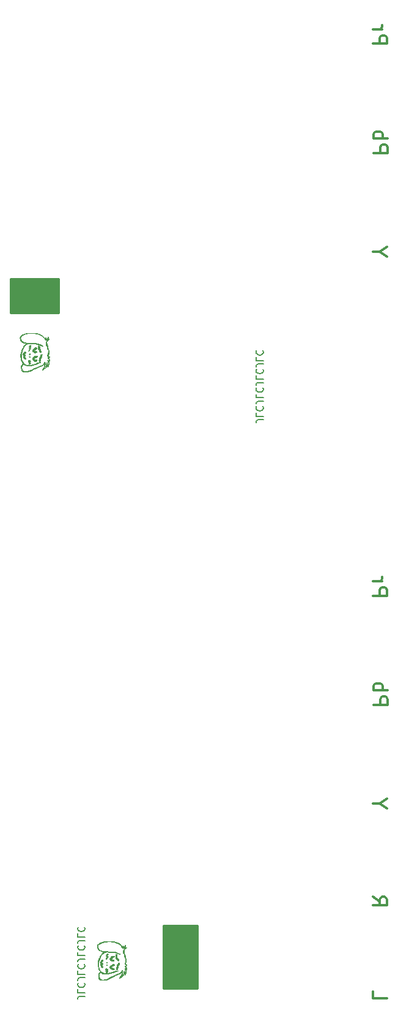
<source format=gbr>
G04 #@! TF.GenerationSoftware,KiCad,Pcbnew,(5.1.9)-1*
G04 #@! TF.CreationDate,2021-09-23T17:16:36+12:00*
G04 #@! TF.ProjectId,RGB-to-component-covers,5247422d-746f-42d6-936f-6d706f6e656e,rev?*
G04 #@! TF.SameCoordinates,Original*
G04 #@! TF.FileFunction,Legend,Bot*
G04 #@! TF.FilePolarity,Positive*
%FSLAX46Y46*%
G04 Gerber Fmt 4.6, Leading zero omitted, Abs format (unit mm)*
G04 Created by KiCad (PCBNEW (5.1.9)-1) date 2021-09-23 17:16:36*
%MOMM*%
%LPD*%
G01*
G04 APERTURE LIST*
%ADD10C,0.150000*%
%ADD11C,0.300000*%
%ADD12C,0.010000*%
%ADD13C,0.254000*%
%ADD14C,0.100000*%
G04 APERTURE END LIST*
D10*
X111947619Y-100219047D02*
X111233333Y-100219047D01*
X111090476Y-100266666D01*
X110995238Y-100361904D01*
X110947619Y-100504761D01*
X110947619Y-100600000D01*
X110947619Y-99266666D02*
X110947619Y-99742857D01*
X111947619Y-99742857D01*
X111042857Y-98361904D02*
X110995238Y-98409523D01*
X110947619Y-98552380D01*
X110947619Y-98647619D01*
X110995238Y-98790476D01*
X111090476Y-98885714D01*
X111185714Y-98933333D01*
X111376190Y-98980952D01*
X111519047Y-98980952D01*
X111709523Y-98933333D01*
X111804761Y-98885714D01*
X111900000Y-98790476D01*
X111947619Y-98647619D01*
X111947619Y-98552380D01*
X111900000Y-98409523D01*
X111852380Y-98361904D01*
X111947619Y-97647619D02*
X111233333Y-97647619D01*
X111090476Y-97695238D01*
X110995238Y-97790476D01*
X110947619Y-97933333D01*
X110947619Y-98028571D01*
X110947619Y-96695238D02*
X110947619Y-97171428D01*
X111947619Y-97171428D01*
X111042857Y-95790476D02*
X110995238Y-95838095D01*
X110947619Y-95980952D01*
X110947619Y-96076190D01*
X110995238Y-96219047D01*
X111090476Y-96314285D01*
X111185714Y-96361904D01*
X111376190Y-96409523D01*
X111519047Y-96409523D01*
X111709523Y-96361904D01*
X111804761Y-96314285D01*
X111900000Y-96219047D01*
X111947619Y-96076190D01*
X111947619Y-95980952D01*
X111900000Y-95838095D01*
X111852380Y-95790476D01*
X111947619Y-95076190D02*
X111233333Y-95076190D01*
X111090476Y-95123809D01*
X110995238Y-95219047D01*
X110947619Y-95361904D01*
X110947619Y-95457142D01*
X110947619Y-94123809D02*
X110947619Y-94600000D01*
X111947619Y-94600000D01*
X111042857Y-93219047D02*
X110995238Y-93266666D01*
X110947619Y-93409523D01*
X110947619Y-93504761D01*
X110995238Y-93647619D01*
X111090476Y-93742857D01*
X111185714Y-93790476D01*
X111376190Y-93838095D01*
X111519047Y-93838095D01*
X111709523Y-93790476D01*
X111804761Y-93742857D01*
X111900000Y-93647619D01*
X111947619Y-93504761D01*
X111947619Y-93409523D01*
X111900000Y-93266666D01*
X111852380Y-93219047D01*
X111947619Y-92504761D02*
X111233333Y-92504761D01*
X111090476Y-92552380D01*
X110995238Y-92647619D01*
X110947619Y-92790476D01*
X110947619Y-92885714D01*
X110947619Y-91552380D02*
X110947619Y-92028571D01*
X111947619Y-92028571D01*
X111042857Y-90647619D02*
X110995238Y-90695238D01*
X110947619Y-90838095D01*
X110947619Y-90933333D01*
X110995238Y-91076190D01*
X111090476Y-91171428D01*
X111185714Y-91219047D01*
X111376190Y-91266666D01*
X111519047Y-91266666D01*
X111709523Y-91219047D01*
X111804761Y-91171428D01*
X111900000Y-91076190D01*
X111947619Y-90933333D01*
X111947619Y-90838095D01*
X111900000Y-90695238D01*
X111852380Y-90647619D01*
D11*
X128047619Y-77000000D02*
X127095238Y-77000000D01*
X129095238Y-77666666D02*
X128047619Y-77000000D01*
X129095238Y-76333333D01*
X127195238Y-63328571D02*
X129195238Y-63328571D01*
X129195238Y-62566666D01*
X129100000Y-62376190D01*
X129004761Y-62280952D01*
X128814285Y-62185714D01*
X128528571Y-62185714D01*
X128338095Y-62280952D01*
X128242857Y-62376190D01*
X128147619Y-62566666D01*
X128147619Y-63328571D01*
X127195238Y-61328571D02*
X129195238Y-61328571D01*
X128433333Y-61328571D02*
X128528571Y-61138095D01*
X128528571Y-60757142D01*
X128433333Y-60566666D01*
X128338095Y-60471428D01*
X128147619Y-60376190D01*
X127576190Y-60376190D01*
X127385714Y-60471428D01*
X127290476Y-60566666D01*
X127195238Y-60757142D01*
X127195238Y-61138095D01*
X127290476Y-61328571D01*
X127095238Y-48242857D02*
X129095238Y-48242857D01*
X129095238Y-47480952D01*
X129000000Y-47290476D01*
X128904761Y-47195238D01*
X128714285Y-47100000D01*
X128428571Y-47100000D01*
X128238095Y-47195238D01*
X128142857Y-47290476D01*
X128047619Y-47480952D01*
X128047619Y-48242857D01*
X127095238Y-46242857D02*
X128428571Y-46242857D01*
X128047619Y-46242857D02*
X128238095Y-46147619D01*
X128333333Y-46052380D01*
X128428571Y-45861904D01*
X128428571Y-45671428D01*
X127095238Y-124542857D02*
X129095238Y-124542857D01*
X129095238Y-123780952D01*
X129000000Y-123590476D01*
X128904761Y-123495238D01*
X128714285Y-123400000D01*
X128428571Y-123400000D01*
X128238095Y-123495238D01*
X128142857Y-123590476D01*
X128047619Y-123780952D01*
X128047619Y-124542857D01*
X127095238Y-122542857D02*
X128428571Y-122542857D01*
X128047619Y-122542857D02*
X128238095Y-122447619D01*
X128333333Y-122352380D01*
X128428571Y-122161904D01*
X128428571Y-121971428D01*
X128047619Y-153300000D02*
X127095238Y-153300000D01*
X129095238Y-153966666D02*
X128047619Y-153300000D01*
X129095238Y-152633333D01*
X127195238Y-139628571D02*
X129195238Y-139628571D01*
X129195238Y-138866666D01*
X129100000Y-138676190D01*
X129004761Y-138580952D01*
X128814285Y-138485714D01*
X128528571Y-138485714D01*
X128338095Y-138580952D01*
X128242857Y-138676190D01*
X128147619Y-138866666D01*
X128147619Y-139628571D01*
X127195238Y-137628571D02*
X129195238Y-137628571D01*
X128433333Y-137628571D02*
X128528571Y-137438095D01*
X128528571Y-137057142D01*
X128433333Y-136866666D01*
X128338095Y-136771428D01*
X128147619Y-136676190D01*
X127576190Y-136676190D01*
X127385714Y-136771428D01*
X127290476Y-136866666D01*
X127195238Y-137057142D01*
X127195238Y-137438095D01*
X127290476Y-137628571D01*
X127095238Y-179280952D02*
X127095238Y-180233333D01*
X129095238Y-180233333D01*
X127095238Y-166180952D02*
X128047619Y-166847619D01*
X127095238Y-167323809D02*
X129095238Y-167323809D01*
X129095238Y-166561904D01*
X129000000Y-166371428D01*
X128904761Y-166276190D01*
X128714285Y-166180952D01*
X128428571Y-166180952D01*
X128238095Y-166276190D01*
X128142857Y-166371428D01*
X128047619Y-166561904D01*
X128047619Y-167323809D01*
D10*
X87247619Y-179919047D02*
X86533333Y-179919047D01*
X86390476Y-179966666D01*
X86295238Y-180061904D01*
X86247619Y-180204761D01*
X86247619Y-180300000D01*
X86247619Y-178966666D02*
X86247619Y-179442857D01*
X87247619Y-179442857D01*
X86342857Y-178061904D02*
X86295238Y-178109523D01*
X86247619Y-178252380D01*
X86247619Y-178347619D01*
X86295238Y-178490476D01*
X86390476Y-178585714D01*
X86485714Y-178633333D01*
X86676190Y-178680952D01*
X86819047Y-178680952D01*
X87009523Y-178633333D01*
X87104761Y-178585714D01*
X87200000Y-178490476D01*
X87247619Y-178347619D01*
X87247619Y-178252380D01*
X87200000Y-178109523D01*
X87152380Y-178061904D01*
X87247619Y-177347619D02*
X86533333Y-177347619D01*
X86390476Y-177395238D01*
X86295238Y-177490476D01*
X86247619Y-177633333D01*
X86247619Y-177728571D01*
X86247619Y-176395238D02*
X86247619Y-176871428D01*
X87247619Y-176871428D01*
X86342857Y-175490476D02*
X86295238Y-175538095D01*
X86247619Y-175680952D01*
X86247619Y-175776190D01*
X86295238Y-175919047D01*
X86390476Y-176014285D01*
X86485714Y-176061904D01*
X86676190Y-176109523D01*
X86819047Y-176109523D01*
X87009523Y-176061904D01*
X87104761Y-176014285D01*
X87200000Y-175919047D01*
X87247619Y-175776190D01*
X87247619Y-175680952D01*
X87200000Y-175538095D01*
X87152380Y-175490476D01*
X87247619Y-174776190D02*
X86533333Y-174776190D01*
X86390476Y-174823809D01*
X86295238Y-174919047D01*
X86247619Y-175061904D01*
X86247619Y-175157142D01*
X86247619Y-173823809D02*
X86247619Y-174300000D01*
X87247619Y-174300000D01*
X86342857Y-172919047D02*
X86295238Y-172966666D01*
X86247619Y-173109523D01*
X86247619Y-173204761D01*
X86295238Y-173347619D01*
X86390476Y-173442857D01*
X86485714Y-173490476D01*
X86676190Y-173538095D01*
X86819047Y-173538095D01*
X87009523Y-173490476D01*
X87104761Y-173442857D01*
X87200000Y-173347619D01*
X87247619Y-173204761D01*
X87247619Y-173109523D01*
X87200000Y-172966666D01*
X87152380Y-172919047D01*
X87247619Y-172204761D02*
X86533333Y-172204761D01*
X86390476Y-172252380D01*
X86295238Y-172347619D01*
X86247619Y-172490476D01*
X86247619Y-172585714D01*
X86247619Y-171252380D02*
X86247619Y-171728571D01*
X87247619Y-171728571D01*
X86342857Y-170347619D02*
X86295238Y-170395238D01*
X86247619Y-170538095D01*
X86247619Y-170633333D01*
X86295238Y-170776190D01*
X86390476Y-170871428D01*
X86485714Y-170919047D01*
X86676190Y-170966666D01*
X86819047Y-170966666D01*
X87009523Y-170919047D01*
X87104761Y-170871428D01*
X87200000Y-170776190D01*
X87247619Y-170633333D01*
X87247619Y-170538095D01*
X87200000Y-170395238D01*
X87152380Y-170347619D01*
D12*
G36*
X81280330Y-91186369D02*
G01*
X81276996Y-91182729D01*
X81210584Y-91157113D01*
X81156085Y-91180228D01*
X81099289Y-91247591D01*
X81036983Y-91370832D01*
X80975619Y-91528801D01*
X80921646Y-91700349D01*
X80881516Y-91864328D01*
X80861678Y-91999588D01*
X80868582Y-92084979D01*
X80876393Y-92097281D01*
X80941129Y-92123854D01*
X80980668Y-92127667D01*
X81035258Y-92100947D01*
X81071471Y-92010974D01*
X81083724Y-91947750D01*
X81115586Y-91810659D01*
X81168594Y-91637956D01*
X81218939Y-91499278D01*
X81275817Y-91340430D01*
X81295363Y-91241134D01*
X81280330Y-91186369D01*
G37*
X81280330Y-91186369D02*
X81276996Y-91182729D01*
X81210584Y-91157113D01*
X81156085Y-91180228D01*
X81099289Y-91247591D01*
X81036983Y-91370832D01*
X80975619Y-91528801D01*
X80921646Y-91700349D01*
X80881516Y-91864328D01*
X80861678Y-91999588D01*
X80868582Y-92084979D01*
X80876393Y-92097281D01*
X80941129Y-92123854D01*
X80980668Y-92127667D01*
X81035258Y-92100947D01*
X81071471Y-92010974D01*
X81083724Y-91947750D01*
X81115586Y-91810659D01*
X81168594Y-91637956D01*
X81218939Y-91499278D01*
X81275817Y-91340430D01*
X81295363Y-91241134D01*
X81280330Y-91186369D01*
G36*
X81172686Y-90749579D02*
G01*
X81099942Y-90603909D01*
X81083167Y-90578473D01*
X80997393Y-90396217D01*
X80977334Y-90262555D01*
X80965797Y-90097241D01*
X80927971Y-90003050D01*
X80859033Y-89969205D01*
X80845805Y-89968667D01*
X80801635Y-89978860D01*
X80777353Y-90021943D01*
X80767291Y-90116671D01*
X80765667Y-90233815D01*
X80772170Y-90397115D01*
X80800291Y-90518658D01*
X80862955Y-90640730D01*
X80914017Y-90719250D01*
X81017662Y-90855392D01*
X81094096Y-90914647D01*
X81125683Y-90915239D01*
X81181559Y-90855675D01*
X81172686Y-90749579D01*
G37*
X81172686Y-90749579D02*
X81099942Y-90603909D01*
X81083167Y-90578473D01*
X80997393Y-90396217D01*
X80977334Y-90262555D01*
X80965797Y-90097241D01*
X80927971Y-90003050D01*
X80859033Y-89969205D01*
X80845805Y-89968667D01*
X80801635Y-89978860D01*
X80777353Y-90021943D01*
X80767291Y-90116671D01*
X80765667Y-90233815D01*
X80772170Y-90397115D01*
X80800291Y-90518658D01*
X80862955Y-90640730D01*
X80914017Y-90719250D01*
X81017662Y-90855392D01*
X81094096Y-90914647D01*
X81125683Y-90915239D01*
X81181559Y-90855675D01*
X81172686Y-90749579D01*
G36*
X80579067Y-90248385D02*
G01*
X80512765Y-90225487D01*
X80443187Y-90222667D01*
X80331343Y-90237723D01*
X80229544Y-90293466D01*
X80125687Y-90387020D01*
X80003539Y-90540798D01*
X79963639Y-90676084D01*
X80005817Y-90793781D01*
X80042715Y-90833527D01*
X80144032Y-90889465D01*
X80280148Y-90923863D01*
X80414067Y-90930948D01*
X80507253Y-90906010D01*
X80548974Y-90843651D01*
X80524323Y-90779404D01*
X80447824Y-90736365D01*
X80396579Y-90730019D01*
X80290219Y-90718177D01*
X80226569Y-90696173D01*
X80201959Y-90642531D01*
X80239094Y-90569902D01*
X80323257Y-90495667D01*
X80439736Y-90437204D01*
X80448298Y-90434290D01*
X80561532Y-90376248D01*
X80596334Y-90304050D01*
X80579067Y-90248385D01*
G37*
X80579067Y-90248385D02*
X80512765Y-90225487D01*
X80443187Y-90222667D01*
X80331343Y-90237723D01*
X80229544Y-90293466D01*
X80125687Y-90387020D01*
X80003539Y-90540798D01*
X79963639Y-90676084D01*
X80005817Y-90793781D01*
X80042715Y-90833527D01*
X80144032Y-90889465D01*
X80280148Y-90923863D01*
X80414067Y-90930948D01*
X80507253Y-90906010D01*
X80548974Y-90843651D01*
X80524323Y-90779404D01*
X80447824Y-90736365D01*
X80396579Y-90730019D01*
X80290219Y-90718177D01*
X80226569Y-90696173D01*
X80201959Y-90642531D01*
X80239094Y-90569902D01*
X80323257Y-90495667D01*
X80439736Y-90437204D01*
X80448298Y-90434290D01*
X80561532Y-90376248D01*
X80596334Y-90304050D01*
X80579067Y-90248385D01*
G36*
X80610455Y-91426072D02*
G01*
X80549613Y-91369171D01*
X80443443Y-91365331D01*
X80308702Y-91410048D01*
X80162149Y-91498816D01*
X80077750Y-91569260D01*
X79982700Y-91696845D01*
X79971781Y-91827677D01*
X80044513Y-91967978D01*
X80046662Y-91970727D01*
X80164494Y-92074270D01*
X80307931Y-92136594D01*
X80446945Y-92147632D01*
X80512878Y-92127019D01*
X80576998Y-92064268D01*
X80578451Y-92015125D01*
X80556797Y-91949188D01*
X80554000Y-91933704D01*
X80517204Y-91921147D01*
X80430024Y-91916000D01*
X80314645Y-91894481D01*
X80230785Y-91841257D01*
X80197613Y-91773326D01*
X80215276Y-91725570D01*
X80284402Y-91672932D01*
X80390229Y-91619713D01*
X80396654Y-91617126D01*
X80536782Y-91552991D01*
X80605439Y-91496245D01*
X80613987Y-91436737D01*
X80610455Y-91426072D01*
G37*
X80610455Y-91426072D02*
X80549613Y-91369171D01*
X80443443Y-91365331D01*
X80308702Y-91410048D01*
X80162149Y-91498816D01*
X80077750Y-91569260D01*
X79982700Y-91696845D01*
X79971781Y-91827677D01*
X80044513Y-91967978D01*
X80046662Y-91970727D01*
X80164494Y-92074270D01*
X80307931Y-92136594D01*
X80446945Y-92147632D01*
X80512878Y-92127019D01*
X80576998Y-92064268D01*
X80578451Y-92015125D01*
X80556797Y-91949188D01*
X80554000Y-91933704D01*
X80517204Y-91921147D01*
X80430024Y-91916000D01*
X80314645Y-91894481D01*
X80230785Y-91841257D01*
X80197613Y-91773326D01*
X80215276Y-91725570D01*
X80284402Y-91672932D01*
X80390229Y-91619713D01*
X80396654Y-91617126D01*
X80536782Y-91552991D01*
X80605439Y-91496245D01*
X80613987Y-91436737D01*
X80610455Y-91426072D01*
G36*
X79606945Y-91079166D02*
G01*
X79573793Y-91078549D01*
X79517594Y-91131980D01*
X79502208Y-91172967D01*
X79511390Y-91228834D01*
X79544541Y-91229451D01*
X79600741Y-91176020D01*
X79616127Y-91135033D01*
X79606945Y-91079166D01*
G37*
X79606945Y-91079166D02*
X79573793Y-91078549D01*
X79517594Y-91131980D01*
X79502208Y-91172967D01*
X79511390Y-91228834D01*
X79544541Y-91229451D01*
X79600741Y-91176020D01*
X79616127Y-91135033D01*
X79606945Y-91079166D01*
G36*
X79588978Y-91450918D02*
G01*
X79559167Y-91435025D01*
X79504553Y-91441529D01*
X79495667Y-91472829D01*
X79529583Y-91527794D01*
X79559167Y-91535000D01*
X79615538Y-91514547D01*
X79622667Y-91497196D01*
X79588978Y-91450918D01*
G37*
X79588978Y-91450918D02*
X79559167Y-91435025D01*
X79504553Y-91441529D01*
X79495667Y-91472829D01*
X79529583Y-91527794D01*
X79559167Y-91535000D01*
X79615538Y-91514547D01*
X79622667Y-91497196D01*
X79588978Y-91450918D01*
G36*
X79708214Y-89891916D02*
G01*
X79647019Y-89904016D01*
X79561024Y-89951127D01*
X79484913Y-90010571D01*
X79453334Y-90058591D01*
X79484107Y-90061643D01*
X79561474Y-90024508D01*
X79599799Y-90000806D01*
X79681217Y-89939674D01*
X79713045Y-89898848D01*
X79708214Y-89891916D01*
G37*
X79708214Y-89891916D02*
X79647019Y-89904016D01*
X79561024Y-89951127D01*
X79484913Y-90010571D01*
X79453334Y-90058591D01*
X79484107Y-90061643D01*
X79561474Y-90024508D01*
X79599799Y-90000806D01*
X79681217Y-89939674D01*
X79713045Y-89898848D01*
X79708214Y-89891916D01*
G36*
X79722442Y-90011287D02*
G01*
X79716417Y-90011000D01*
X79658981Y-90037221D01*
X79576784Y-90099038D01*
X79499177Y-90171186D01*
X79455509Y-90228397D01*
X79453334Y-90237481D01*
X79482998Y-90237772D01*
X79556537Y-90196740D01*
X79579054Y-90181245D01*
X79686400Y-90096021D01*
X79736562Y-90036436D01*
X79722442Y-90011287D01*
G37*
X79722442Y-90011287D02*
X79716417Y-90011000D01*
X79658981Y-90037221D01*
X79576784Y-90099038D01*
X79499177Y-90171186D01*
X79455509Y-90228397D01*
X79453334Y-90237481D01*
X79482998Y-90237772D01*
X79556537Y-90196740D01*
X79579054Y-90181245D01*
X79686400Y-90096021D01*
X79736562Y-90036436D01*
X79722442Y-90011287D01*
G36*
X79692844Y-90224075D02*
G01*
X79637714Y-90246985D01*
X79553382Y-90304339D01*
X79549552Y-90307333D01*
X79488819Y-90363882D01*
X79481091Y-90391469D01*
X79485268Y-90392000D01*
X79536569Y-90372164D01*
X79605837Y-90325881D01*
X79668547Y-90272994D01*
X79700174Y-90233341D01*
X79692844Y-90224075D01*
G37*
X79692844Y-90224075D02*
X79637714Y-90246985D01*
X79553382Y-90304339D01*
X79549552Y-90307333D01*
X79488819Y-90363882D01*
X79481091Y-90391469D01*
X79485268Y-90392000D01*
X79536569Y-90372164D01*
X79605837Y-90325881D01*
X79668547Y-90272994D01*
X79700174Y-90233341D01*
X79692844Y-90224075D01*
G36*
X79696403Y-90360911D02*
G01*
X79614899Y-90413137D01*
X79559167Y-90457655D01*
X79432167Y-90565222D01*
X79567066Y-90500079D01*
X79665165Y-90444800D01*
X79725389Y-90396413D01*
X79728314Y-90392301D01*
X79738562Y-90352284D01*
X79696403Y-90360911D01*
G37*
X79696403Y-90360911D02*
X79614899Y-90413137D01*
X79559167Y-90457655D01*
X79432167Y-90565222D01*
X79567066Y-90500079D01*
X79665165Y-90444800D01*
X79725389Y-90396413D01*
X79728314Y-90392301D01*
X79738562Y-90352284D01*
X79696403Y-90360911D01*
G36*
X79516429Y-90616313D02*
G01*
X79448258Y-90647234D01*
X79411217Y-90691209D01*
X79411000Y-90694352D01*
X79441676Y-90707658D01*
X79499293Y-90686393D01*
X79560000Y-90643684D01*
X79568852Y-90620407D01*
X79516429Y-90616313D01*
G37*
X79516429Y-90616313D02*
X79448258Y-90647234D01*
X79411217Y-90691209D01*
X79411000Y-90694352D01*
X79441676Y-90707658D01*
X79499293Y-90686393D01*
X79560000Y-90643684D01*
X79568852Y-90620407D01*
X79516429Y-90616313D01*
G36*
X79635869Y-92259540D02*
G01*
X79569073Y-92280762D01*
X79495667Y-92318167D01*
X79435182Y-92362260D01*
X79451717Y-92379996D01*
X79455826Y-92380167D01*
X79540146Y-92357081D01*
X79603993Y-92319513D01*
X79651997Y-92272513D01*
X79635869Y-92259540D01*
G37*
X79635869Y-92259540D02*
X79569073Y-92280762D01*
X79495667Y-92318167D01*
X79435182Y-92362260D01*
X79451717Y-92379996D01*
X79455826Y-92380167D01*
X79540146Y-92357081D01*
X79603993Y-92319513D01*
X79651997Y-92272513D01*
X79635869Y-92259540D01*
G36*
X79640589Y-92393897D02*
G01*
X79554293Y-92425080D01*
X79471276Y-92474093D01*
X79426436Y-92523662D01*
X79425112Y-92531515D01*
X79441539Y-92586852D01*
X79454680Y-92593333D01*
X79505039Y-92570723D01*
X79579890Y-92517685D01*
X79651932Y-92456407D01*
X79693862Y-92409078D01*
X79695261Y-92397816D01*
X79640589Y-92393897D01*
G37*
X79640589Y-92393897D02*
X79554293Y-92425080D01*
X79471276Y-92474093D01*
X79426436Y-92523662D01*
X79425112Y-92531515D01*
X79441539Y-92586852D01*
X79454680Y-92593333D01*
X79505039Y-92570723D01*
X79579890Y-92517685D01*
X79651932Y-92456407D01*
X79693862Y-92409078D01*
X79695261Y-92397816D01*
X79640589Y-92393897D01*
G36*
X79651394Y-92015282D02*
G01*
X79602252Y-92015806D01*
X79544409Y-92039570D01*
X79455929Y-92079299D01*
X79423592Y-92078490D01*
X79456566Y-92039370D01*
X79476993Y-92023180D01*
X79530474Y-91972785D01*
X79510045Y-91961235D01*
X79435630Y-91984029D01*
X79380544Y-92018455D01*
X79382228Y-92077984D01*
X79396494Y-92116455D01*
X79430540Y-92143718D01*
X79504913Y-92122515D01*
X79545253Y-92102750D01*
X79624719Y-92053337D01*
X79653039Y-92018281D01*
X79651394Y-92015282D01*
G37*
X79651394Y-92015282D02*
X79602252Y-92015806D01*
X79544409Y-92039570D01*
X79455929Y-92079299D01*
X79423592Y-92078490D01*
X79456566Y-92039370D01*
X79476993Y-92023180D01*
X79530474Y-91972785D01*
X79510045Y-91961235D01*
X79435630Y-91984029D01*
X79380544Y-92018455D01*
X79382228Y-92077984D01*
X79396494Y-92116455D01*
X79430540Y-92143718D01*
X79504913Y-92122515D01*
X79545253Y-92102750D01*
X79624719Y-92053337D01*
X79653039Y-92018281D01*
X79651394Y-92015282D01*
G36*
X79673112Y-92121604D02*
G01*
X79586719Y-92143922D01*
X79538431Y-92162561D01*
X79435252Y-92212621D01*
X79375243Y-92254739D01*
X79369098Y-92265818D01*
X79402916Y-92271834D01*
X79487899Y-92247511D01*
X79522004Y-92234068D01*
X79623303Y-92193282D01*
X79685176Y-92171257D01*
X79691337Y-92170000D01*
X79707092Y-92137597D01*
X79707334Y-92130811D01*
X79673112Y-92121604D01*
G37*
X79673112Y-92121604D02*
X79586719Y-92143922D01*
X79538431Y-92162561D01*
X79435252Y-92212621D01*
X79375243Y-92254739D01*
X79369098Y-92265818D01*
X79402916Y-92271834D01*
X79487899Y-92247511D01*
X79522004Y-92234068D01*
X79623303Y-92193282D01*
X79685176Y-92171257D01*
X79691337Y-92170000D01*
X79707092Y-92137597D01*
X79707334Y-92130811D01*
X79673112Y-92121604D01*
G36*
X78969947Y-90789809D02*
G01*
X78963710Y-90787238D01*
X78887531Y-90800219D01*
X78779913Y-90876764D01*
X78752044Y-90902705D01*
X78646210Y-91024793D01*
X78610387Y-91126032D01*
X78639029Y-91223778D01*
X78645859Y-91235034D01*
X78666357Y-91317248D01*
X78662176Y-91427876D01*
X78669520Y-91538506D01*
X78716327Y-91647933D01*
X78787916Y-91741928D01*
X78869605Y-91806262D01*
X78946715Y-91826706D01*
X79004564Y-91789031D01*
X79014214Y-91769078D01*
X79006391Y-91696023D01*
X78955258Y-91601752D01*
X78948737Y-91593211D01*
X78892080Y-91510844D01*
X78888560Y-91456874D01*
X78923519Y-91408717D01*
X78982536Y-91305085D01*
X78958327Y-91213262D01*
X78913584Y-91169222D01*
X78866913Y-91123701D01*
X78878870Y-91082346D01*
X78934750Y-91030770D01*
X79011557Y-90936166D01*
X79024077Y-90849214D01*
X78969947Y-90789809D01*
G37*
X78969947Y-90789809D02*
X78963710Y-90787238D01*
X78887531Y-90800219D01*
X78779913Y-90876764D01*
X78752044Y-90902705D01*
X78646210Y-91024793D01*
X78610387Y-91126032D01*
X78639029Y-91223778D01*
X78645859Y-91235034D01*
X78666357Y-91317248D01*
X78662176Y-91427876D01*
X78669520Y-91538506D01*
X78716327Y-91647933D01*
X78787916Y-91741928D01*
X78869605Y-91806262D01*
X78946715Y-91826706D01*
X79004564Y-91789031D01*
X79014214Y-91769078D01*
X79006391Y-91696023D01*
X78955258Y-91601752D01*
X78948737Y-91593211D01*
X78892080Y-91510844D01*
X78888560Y-91456874D01*
X78923519Y-91408717D01*
X78982536Y-91305085D01*
X78958327Y-91213262D01*
X78913584Y-91169222D01*
X78866913Y-91123701D01*
X78878870Y-91082346D01*
X78934750Y-91030770D01*
X79011557Y-90936166D01*
X79024077Y-90849214D01*
X78969947Y-90789809D01*
G36*
X82297758Y-91450333D02*
G01*
X82239343Y-91427769D01*
X82187921Y-91395057D01*
X82142581Y-91353226D01*
X82135444Y-91302576D01*
X82165394Y-91213197D01*
X82179830Y-91178220D01*
X82225205Y-91034155D01*
X82241989Y-90875688D01*
X82228824Y-90688235D01*
X82184351Y-90457214D01*
X82107212Y-90168039D01*
X82075873Y-90062387D01*
X82003675Y-89817546D01*
X81958801Y-89637839D01*
X81942818Y-89507744D01*
X81957293Y-89411741D01*
X82003793Y-89334311D01*
X82083884Y-89259933D01*
X82162949Y-89199764D01*
X82262144Y-89113583D01*
X82283078Y-89059594D01*
X82225742Y-89037827D01*
X82207662Y-89037333D01*
X82153791Y-89024486D01*
X82139872Y-88970300D01*
X82148828Y-88894549D01*
X82152383Y-88784121D01*
X82125414Y-88722978D01*
X82124999Y-88722717D01*
X82085932Y-88729888D01*
X82077790Y-88770252D01*
X82051980Y-88851793D01*
X81988628Y-88954540D01*
X81973479Y-88973833D01*
X81869379Y-89100833D01*
X81867856Y-88963250D01*
X81855424Y-88869580D01*
X81827187Y-88826055D01*
X81824000Y-88825667D01*
X81790914Y-88861547D01*
X81781553Y-88920917D01*
X81775316Y-88967652D01*
X81748489Y-88966379D01*
X81688654Y-88910637D01*
X81622803Y-88838358D01*
X81360907Y-88605420D01*
X81033324Y-88416700D01*
X80744500Y-88305894D01*
X80604051Y-88266335D01*
X80466406Y-88239705D01*
X80309638Y-88223761D01*
X80111822Y-88216260D01*
X79855500Y-88214945D01*
X79476566Y-88226974D01*
X79162412Y-88262995D01*
X78895530Y-88327068D01*
X78658412Y-88423253D01*
X78458500Y-88538976D01*
X78338894Y-88622719D01*
X78273896Y-88690789D01*
X78245089Y-88770356D01*
X78235238Y-88868327D01*
X78261202Y-89105670D01*
X78313233Y-89237382D01*
X78426276Y-89400761D01*
X78587201Y-89521830D01*
X78811167Y-89610963D01*
X78890379Y-89632396D01*
X79110591Y-89687295D01*
X78940673Y-89817398D01*
X78802937Y-89961530D01*
X78668962Y-90171213D01*
X78546154Y-90427410D01*
X78441919Y-90711085D01*
X78363664Y-91003199D01*
X78318794Y-91284715D01*
X78310984Y-91435979D01*
X78328660Y-91635889D01*
X78376647Y-91856168D01*
X78445782Y-92065524D01*
X78526902Y-92232664D01*
X78556985Y-92276107D01*
X78644971Y-92387962D01*
X78519986Y-92560500D01*
X78443478Y-92682683D01*
X78405978Y-92800414D01*
X78395104Y-92955175D01*
X78395000Y-92979249D01*
X78411843Y-93172972D01*
X78457158Y-93346470D01*
X78523130Y-93478107D01*
X78599537Y-93545362D01*
X78737991Y-93577642D01*
X78925858Y-93595136D01*
X79004567Y-93595729D01*
X79004567Y-93524667D01*
X78789300Y-93507796D01*
X78641286Y-93450153D01*
X78548694Y-93341197D01*
X78499691Y-93170384D01*
X78488273Y-93064654D01*
X78482266Y-92906871D01*
X78497351Y-92796707D01*
X78541176Y-92698188D01*
X78579020Y-92637866D01*
X78688656Y-92472196D01*
X78816858Y-92591954D01*
X78974020Y-92686269D01*
X79189822Y-92740478D01*
X79448659Y-92755172D01*
X79734924Y-92730941D01*
X80033013Y-92668375D01*
X80327320Y-92568066D01*
X80410454Y-92531667D01*
X80588752Y-92456158D01*
X80762526Y-92394151D01*
X80900105Y-92356684D01*
X80924417Y-92352543D01*
X81034199Y-92328578D01*
X81097889Y-92297484D01*
X81104334Y-92285349D01*
X81068001Y-92257221D01*
X80969936Y-92258186D01*
X80826536Y-92284719D01*
X80654199Y-92333293D01*
X80469323Y-92400382D01*
X80369363Y-92443382D01*
X80019795Y-92572065D01*
X79667577Y-92644153D01*
X79335657Y-92655735D01*
X79207144Y-92641504D01*
X78977682Y-92562057D01*
X78773922Y-92403002D01*
X78597695Y-92165960D01*
X78532164Y-92043195D01*
X78475174Y-91913552D01*
X78441197Y-91794239D01*
X78424789Y-91655290D01*
X78420503Y-91466735D01*
X78420581Y-91429167D01*
X78427528Y-91212505D01*
X78450758Y-91026748D01*
X78496892Y-90833517D01*
X78556020Y-90643883D01*
X78678904Y-90332286D01*
X78821649Y-90090322D01*
X78994292Y-89903526D01*
X79146826Y-89792540D01*
X79216282Y-89753127D01*
X79285707Y-89726561D01*
X79372452Y-89710824D01*
X79493867Y-89703897D01*
X79667302Y-89703760D01*
X79876347Y-89707644D01*
X80274674Y-89726223D01*
X80601551Y-89764148D01*
X80868433Y-89823571D01*
X81086771Y-89906648D01*
X81169887Y-89950941D01*
X81303141Y-90017096D01*
X81382798Y-90035080D01*
X81401651Y-90011344D01*
X81352490Y-89952335D01*
X81250768Y-89878578D01*
X80995058Y-89751429D01*
X80696293Y-89670586D01*
X80341144Y-89632964D01*
X80174690Y-89629311D01*
X79844709Y-89623205D01*
X79526523Y-89607028D01*
X79234929Y-89582299D01*
X78984724Y-89550537D01*
X78790708Y-89513260D01*
X78674387Y-89475320D01*
X78525720Y-89371080D01*
X78411775Y-89227617D01*
X78339069Y-89064402D01*
X78314118Y-88900909D01*
X78343439Y-88756611D01*
X78405584Y-88672154D01*
X78561901Y-88562419D01*
X78768985Y-88454277D01*
X78994094Y-88363282D01*
X79157000Y-88315185D01*
X79297572Y-88292195D01*
X79493557Y-88273543D01*
X79715726Y-88261537D01*
X79876667Y-88258302D01*
X80110148Y-88260349D01*
X80289676Y-88271336D01*
X80445834Y-88295498D01*
X80609206Y-88337071D01*
X80742265Y-88378165D01*
X80920706Y-88442152D01*
X81076954Y-88510163D01*
X81186752Y-88571151D01*
X81214288Y-88593106D01*
X81301256Y-88667987D01*
X81370795Y-88710635D01*
X81432656Y-88757673D01*
X81515776Y-88848447D01*
X81553335Y-88896703D01*
X81674340Y-89053846D01*
X81762708Y-89148045D01*
X81830337Y-89188366D01*
X81889128Y-89183870D01*
X81913577Y-89171092D01*
X82007327Y-89124532D01*
X82041406Y-89135090D01*
X82013774Y-89197858D01*
X81955386Y-89271640D01*
X81879046Y-89369689D01*
X81839541Y-89462838D01*
X81825284Y-89586561D01*
X81824000Y-89673807D01*
X81830461Y-89808499D01*
X81847319Y-89899752D01*
X81866334Y-89926333D01*
X81908466Y-89892591D01*
X81912887Y-89873417D01*
X81923010Y-89848674D01*
X81940204Y-89887423D01*
X81959845Y-89969302D01*
X81977307Y-90073947D01*
X81987968Y-90180996D01*
X81989114Y-90209060D01*
X82006971Y-90337628D01*
X82046192Y-90435743D01*
X82058596Y-90451215D01*
X82148686Y-90575548D01*
X82183300Y-90722805D01*
X82164037Y-90909460D01*
X82119018Y-91073425D01*
X82023539Y-91370367D01*
X82119769Y-91437770D01*
X82216000Y-91505172D01*
X82115250Y-91586714D01*
X82052538Y-91652324D01*
X82065140Y-91688731D01*
X82068308Y-91690119D01*
X82118958Y-91738059D01*
X82180752Y-91827122D01*
X82230894Y-91920865D01*
X82247334Y-91976350D01*
X82213714Y-91979870D01*
X82142999Y-91958903D01*
X82049268Y-91939366D01*
X82019025Y-91975134D01*
X82052831Y-92064873D01*
X82080132Y-92109141D01*
X82129236Y-92219023D01*
X82157053Y-92350204D01*
X82160767Y-92472628D01*
X82137566Y-92556242D01*
X82123312Y-92570326D01*
X82085424Y-92551317D01*
X82040966Y-92473654D01*
X82030956Y-92448079D01*
X81981696Y-92347877D01*
X81940908Y-92330315D01*
X81914831Y-92393393D01*
X81908667Y-92487243D01*
X81869227Y-92726666D01*
X81750669Y-92936040D01*
X81707554Y-92984917D01*
X81612905Y-93073770D01*
X81565575Y-93095275D01*
X81568540Y-93050772D01*
X81621958Y-92946362D01*
X81678418Y-92821623D01*
X81707583Y-92671680D01*
X81715780Y-92495392D01*
X81709183Y-92311917D01*
X81686101Y-92210176D01*
X81647025Y-92190618D01*
X81592446Y-92253694D01*
X81547990Y-92341206D01*
X81454797Y-92500960D01*
X81330438Y-92615801D01*
X81153961Y-92701886D01*
X81027252Y-92742785D01*
X80897731Y-92789313D01*
X80717033Y-92866690D01*
X80507966Y-92964606D01*
X80293340Y-93072747D01*
X80268690Y-93085713D01*
X79956459Y-93245644D01*
X79700200Y-93364004D01*
X79485238Y-93445888D01*
X79296901Y-93496391D01*
X79120515Y-93520608D01*
X79004567Y-93524667D01*
X79004567Y-93595729D01*
X79128984Y-93596668D01*
X79313216Y-93581059D01*
X79364972Y-93571747D01*
X79492484Y-93533027D01*
X79670063Y-93464050D01*
X79873332Y-93374884D01*
X80060798Y-93284326D01*
X80325019Y-93150506D01*
X80526392Y-93049365D01*
X80677498Y-92975126D01*
X80790916Y-92922012D01*
X80879228Y-92884245D01*
X80955014Y-92856049D01*
X81030855Y-92831645D01*
X81076251Y-92818013D01*
X81295880Y-92736928D01*
X81451584Y-92638134D01*
X81564005Y-92508049D01*
X81575799Y-92489312D01*
X81654351Y-92360500D01*
X81653579Y-92508667D01*
X81622972Y-92689099D01*
X81540541Y-92898027D01*
X81417921Y-93107895D01*
X81376425Y-93165102D01*
X81313539Y-93263765D01*
X81313788Y-93309412D01*
X81374207Y-93301931D01*
X81491828Y-93241210D01*
X81597128Y-93173426D01*
X81801067Y-92989869D01*
X81908581Y-92824176D01*
X82014329Y-92614500D01*
X82038717Y-92762667D01*
X82063104Y-92910833D01*
X82158973Y-92699167D01*
X82225950Y-92506079D01*
X82239023Y-92323656D01*
X82236506Y-92290272D01*
X82230514Y-92169201D01*
X82244457Y-92116525D01*
X82275085Y-92114885D01*
X82319977Y-92102848D01*
X82330111Y-92028944D01*
X82305894Y-91908321D01*
X82266586Y-91799056D01*
X82227846Y-91695149D01*
X82226174Y-91638035D01*
X82261572Y-91598386D01*
X82266586Y-91594665D01*
X82318870Y-91533601D01*
X82330450Y-91474762D01*
X82297758Y-91450333D01*
G37*
X82297758Y-91450333D02*
X82239343Y-91427769D01*
X82187921Y-91395057D01*
X82142581Y-91353226D01*
X82135444Y-91302576D01*
X82165394Y-91213197D01*
X82179830Y-91178220D01*
X82225205Y-91034155D01*
X82241989Y-90875688D01*
X82228824Y-90688235D01*
X82184351Y-90457214D01*
X82107212Y-90168039D01*
X82075873Y-90062387D01*
X82003675Y-89817546D01*
X81958801Y-89637839D01*
X81942818Y-89507744D01*
X81957293Y-89411741D01*
X82003793Y-89334311D01*
X82083884Y-89259933D01*
X82162949Y-89199764D01*
X82262144Y-89113583D01*
X82283078Y-89059594D01*
X82225742Y-89037827D01*
X82207662Y-89037333D01*
X82153791Y-89024486D01*
X82139872Y-88970300D01*
X82148828Y-88894549D01*
X82152383Y-88784121D01*
X82125414Y-88722978D01*
X82124999Y-88722717D01*
X82085932Y-88729888D01*
X82077790Y-88770252D01*
X82051980Y-88851793D01*
X81988628Y-88954540D01*
X81973479Y-88973833D01*
X81869379Y-89100833D01*
X81867856Y-88963250D01*
X81855424Y-88869580D01*
X81827187Y-88826055D01*
X81824000Y-88825667D01*
X81790914Y-88861547D01*
X81781553Y-88920917D01*
X81775316Y-88967652D01*
X81748489Y-88966379D01*
X81688654Y-88910637D01*
X81622803Y-88838358D01*
X81360907Y-88605420D01*
X81033324Y-88416700D01*
X80744500Y-88305894D01*
X80604051Y-88266335D01*
X80466406Y-88239705D01*
X80309638Y-88223761D01*
X80111822Y-88216260D01*
X79855500Y-88214945D01*
X79476566Y-88226974D01*
X79162412Y-88262995D01*
X78895530Y-88327068D01*
X78658412Y-88423253D01*
X78458500Y-88538976D01*
X78338894Y-88622719D01*
X78273896Y-88690789D01*
X78245089Y-88770356D01*
X78235238Y-88868327D01*
X78261202Y-89105670D01*
X78313233Y-89237382D01*
X78426276Y-89400761D01*
X78587201Y-89521830D01*
X78811167Y-89610963D01*
X78890379Y-89632396D01*
X79110591Y-89687295D01*
X78940673Y-89817398D01*
X78802937Y-89961530D01*
X78668962Y-90171213D01*
X78546154Y-90427410D01*
X78441919Y-90711085D01*
X78363664Y-91003199D01*
X78318794Y-91284715D01*
X78310984Y-91435979D01*
X78328660Y-91635889D01*
X78376647Y-91856168D01*
X78445782Y-92065524D01*
X78526902Y-92232664D01*
X78556985Y-92276107D01*
X78644971Y-92387962D01*
X78519986Y-92560500D01*
X78443478Y-92682683D01*
X78405978Y-92800414D01*
X78395104Y-92955175D01*
X78395000Y-92979249D01*
X78411843Y-93172972D01*
X78457158Y-93346470D01*
X78523130Y-93478107D01*
X78599537Y-93545362D01*
X78737991Y-93577642D01*
X78925858Y-93595136D01*
X79004567Y-93595729D01*
X79004567Y-93524667D01*
X78789300Y-93507796D01*
X78641286Y-93450153D01*
X78548694Y-93341197D01*
X78499691Y-93170384D01*
X78488273Y-93064654D01*
X78482266Y-92906871D01*
X78497351Y-92796707D01*
X78541176Y-92698188D01*
X78579020Y-92637866D01*
X78688656Y-92472196D01*
X78816858Y-92591954D01*
X78974020Y-92686269D01*
X79189822Y-92740478D01*
X79448659Y-92755172D01*
X79734924Y-92730941D01*
X80033013Y-92668375D01*
X80327320Y-92568066D01*
X80410454Y-92531667D01*
X80588752Y-92456158D01*
X80762526Y-92394151D01*
X80900105Y-92356684D01*
X80924417Y-92352543D01*
X81034199Y-92328578D01*
X81097889Y-92297484D01*
X81104334Y-92285349D01*
X81068001Y-92257221D01*
X80969936Y-92258186D01*
X80826536Y-92284719D01*
X80654199Y-92333293D01*
X80469323Y-92400382D01*
X80369363Y-92443382D01*
X80019795Y-92572065D01*
X79667577Y-92644153D01*
X79335657Y-92655735D01*
X79207144Y-92641504D01*
X78977682Y-92562057D01*
X78773922Y-92403002D01*
X78597695Y-92165960D01*
X78532164Y-92043195D01*
X78475174Y-91913552D01*
X78441197Y-91794239D01*
X78424789Y-91655290D01*
X78420503Y-91466735D01*
X78420581Y-91429167D01*
X78427528Y-91212505D01*
X78450758Y-91026748D01*
X78496892Y-90833517D01*
X78556020Y-90643883D01*
X78678904Y-90332286D01*
X78821649Y-90090322D01*
X78994292Y-89903526D01*
X79146826Y-89792540D01*
X79216282Y-89753127D01*
X79285707Y-89726561D01*
X79372452Y-89710824D01*
X79493867Y-89703897D01*
X79667302Y-89703760D01*
X79876347Y-89707644D01*
X80274674Y-89726223D01*
X80601551Y-89764148D01*
X80868433Y-89823571D01*
X81086771Y-89906648D01*
X81169887Y-89950941D01*
X81303141Y-90017096D01*
X81382798Y-90035080D01*
X81401651Y-90011344D01*
X81352490Y-89952335D01*
X81250768Y-89878578D01*
X80995058Y-89751429D01*
X80696293Y-89670586D01*
X80341144Y-89632964D01*
X80174690Y-89629311D01*
X79844709Y-89623205D01*
X79526523Y-89607028D01*
X79234929Y-89582299D01*
X78984724Y-89550537D01*
X78790708Y-89513260D01*
X78674387Y-89475320D01*
X78525720Y-89371080D01*
X78411775Y-89227617D01*
X78339069Y-89064402D01*
X78314118Y-88900909D01*
X78343439Y-88756611D01*
X78405584Y-88672154D01*
X78561901Y-88562419D01*
X78768985Y-88454277D01*
X78994094Y-88363282D01*
X79157000Y-88315185D01*
X79297572Y-88292195D01*
X79493557Y-88273543D01*
X79715726Y-88261537D01*
X79876667Y-88258302D01*
X80110148Y-88260349D01*
X80289676Y-88271336D01*
X80445834Y-88295498D01*
X80609206Y-88337071D01*
X80742265Y-88378165D01*
X80920706Y-88442152D01*
X81076954Y-88510163D01*
X81186752Y-88571151D01*
X81214288Y-88593106D01*
X81301256Y-88667987D01*
X81370795Y-88710635D01*
X81432656Y-88757673D01*
X81515776Y-88848447D01*
X81553335Y-88896703D01*
X81674340Y-89053846D01*
X81762708Y-89148045D01*
X81830337Y-89188366D01*
X81889128Y-89183870D01*
X81913577Y-89171092D01*
X82007327Y-89124532D01*
X82041406Y-89135090D01*
X82013774Y-89197858D01*
X81955386Y-89271640D01*
X81879046Y-89369689D01*
X81839541Y-89462838D01*
X81825284Y-89586561D01*
X81824000Y-89673807D01*
X81830461Y-89808499D01*
X81847319Y-89899752D01*
X81866334Y-89926333D01*
X81908466Y-89892591D01*
X81912887Y-89873417D01*
X81923010Y-89848674D01*
X81940204Y-89887423D01*
X81959845Y-89969302D01*
X81977307Y-90073947D01*
X81987968Y-90180996D01*
X81989114Y-90209060D01*
X82006971Y-90337628D01*
X82046192Y-90435743D01*
X82058596Y-90451215D01*
X82148686Y-90575548D01*
X82183300Y-90722805D01*
X82164037Y-90909460D01*
X82119018Y-91073425D01*
X82023539Y-91370367D01*
X82119769Y-91437770D01*
X82216000Y-91505172D01*
X82115250Y-91586714D01*
X82052538Y-91652324D01*
X82065140Y-91688731D01*
X82068308Y-91690119D01*
X82118958Y-91738059D01*
X82180752Y-91827122D01*
X82230894Y-91920865D01*
X82247334Y-91976350D01*
X82213714Y-91979870D01*
X82142999Y-91958903D01*
X82049268Y-91939366D01*
X82019025Y-91975134D01*
X82052831Y-92064873D01*
X82080132Y-92109141D01*
X82129236Y-92219023D01*
X82157053Y-92350204D01*
X82160767Y-92472628D01*
X82137566Y-92556242D01*
X82123312Y-92570326D01*
X82085424Y-92551317D01*
X82040966Y-92473654D01*
X82030956Y-92448079D01*
X81981696Y-92347877D01*
X81940908Y-92330315D01*
X81914831Y-92393393D01*
X81908667Y-92487243D01*
X81869227Y-92726666D01*
X81750669Y-92936040D01*
X81707554Y-92984917D01*
X81612905Y-93073770D01*
X81565575Y-93095275D01*
X81568540Y-93050772D01*
X81621958Y-92946362D01*
X81678418Y-92821623D01*
X81707583Y-92671680D01*
X81715780Y-92495392D01*
X81709183Y-92311917D01*
X81686101Y-92210176D01*
X81647025Y-92190618D01*
X81592446Y-92253694D01*
X81547990Y-92341206D01*
X81454797Y-92500960D01*
X81330438Y-92615801D01*
X81153961Y-92701886D01*
X81027252Y-92742785D01*
X80897731Y-92789313D01*
X80717033Y-92866690D01*
X80507966Y-92964606D01*
X80293340Y-93072747D01*
X80268690Y-93085713D01*
X79956459Y-93245644D01*
X79700200Y-93364004D01*
X79485238Y-93445888D01*
X79296901Y-93496391D01*
X79120515Y-93520608D01*
X79004567Y-93524667D01*
X79004567Y-93595729D01*
X79128984Y-93596668D01*
X79313216Y-93581059D01*
X79364972Y-93571747D01*
X79492484Y-93533027D01*
X79670063Y-93464050D01*
X79873332Y-93374884D01*
X80060798Y-93284326D01*
X80325019Y-93150506D01*
X80526392Y-93049365D01*
X80677498Y-92975126D01*
X80790916Y-92922012D01*
X80879228Y-92884245D01*
X80955014Y-92856049D01*
X81030855Y-92831645D01*
X81076251Y-92818013D01*
X81295880Y-92736928D01*
X81451584Y-92638134D01*
X81564005Y-92508049D01*
X81575799Y-92489312D01*
X81654351Y-92360500D01*
X81653579Y-92508667D01*
X81622972Y-92689099D01*
X81540541Y-92898027D01*
X81417921Y-93107895D01*
X81376425Y-93165102D01*
X81313539Y-93263765D01*
X81313788Y-93309412D01*
X81374207Y-93301931D01*
X81491828Y-93241210D01*
X81597128Y-93173426D01*
X81801067Y-92989869D01*
X81908581Y-92824176D01*
X82014329Y-92614500D01*
X82038717Y-92762667D01*
X82063104Y-92910833D01*
X82158973Y-92699167D01*
X82225950Y-92506079D01*
X82239023Y-92323656D01*
X82236506Y-92290272D01*
X82230514Y-92169201D01*
X82244457Y-92116525D01*
X82275085Y-92114885D01*
X82319977Y-92102848D01*
X82330111Y-92028944D01*
X82305894Y-91908321D01*
X82266586Y-91799056D01*
X82227846Y-91695149D01*
X82226174Y-91638035D01*
X82261572Y-91598386D01*
X82266586Y-91594665D01*
X82318870Y-91533601D01*
X82330450Y-91474762D01*
X82297758Y-91450333D01*
G36*
X92997758Y-175550333D02*
G01*
X92939343Y-175527769D01*
X92887921Y-175495057D01*
X92842581Y-175453226D01*
X92835444Y-175402576D01*
X92865394Y-175313197D01*
X92879830Y-175278220D01*
X92925205Y-175134155D01*
X92941989Y-174975688D01*
X92928824Y-174788235D01*
X92884351Y-174557214D01*
X92807212Y-174268039D01*
X92775873Y-174162387D01*
X92703675Y-173917546D01*
X92658801Y-173737839D01*
X92642818Y-173607744D01*
X92657293Y-173511741D01*
X92703793Y-173434311D01*
X92783884Y-173359933D01*
X92862949Y-173299764D01*
X92962144Y-173213583D01*
X92983078Y-173159594D01*
X92925742Y-173137827D01*
X92907662Y-173137333D01*
X92853791Y-173124486D01*
X92839872Y-173070300D01*
X92848828Y-172994549D01*
X92852383Y-172884121D01*
X92825414Y-172822978D01*
X92824999Y-172822717D01*
X92785932Y-172829888D01*
X92777790Y-172870252D01*
X92751980Y-172951793D01*
X92688628Y-173054540D01*
X92673479Y-173073833D01*
X92569379Y-173200833D01*
X92567856Y-173063250D01*
X92555424Y-172969580D01*
X92527187Y-172926055D01*
X92524000Y-172925667D01*
X92490914Y-172961547D01*
X92481553Y-173020917D01*
X92475316Y-173067652D01*
X92448489Y-173066379D01*
X92388654Y-173010637D01*
X92322803Y-172938358D01*
X92060907Y-172705420D01*
X91733324Y-172516700D01*
X91444500Y-172405894D01*
X91304051Y-172366335D01*
X91166406Y-172339705D01*
X91009638Y-172323761D01*
X90811822Y-172316260D01*
X90555500Y-172314945D01*
X90176566Y-172326974D01*
X89862412Y-172362995D01*
X89595530Y-172427068D01*
X89358412Y-172523253D01*
X89158500Y-172638976D01*
X89038894Y-172722719D01*
X88973896Y-172790789D01*
X88945089Y-172870356D01*
X88935238Y-172968327D01*
X88961202Y-173205670D01*
X89013233Y-173337382D01*
X89126276Y-173500761D01*
X89287201Y-173621830D01*
X89511167Y-173710963D01*
X89590379Y-173732396D01*
X89810591Y-173787295D01*
X89640673Y-173917398D01*
X89502937Y-174061530D01*
X89368962Y-174271213D01*
X89246154Y-174527410D01*
X89141919Y-174811085D01*
X89063664Y-175103199D01*
X89018794Y-175384715D01*
X89010984Y-175535979D01*
X89028660Y-175735889D01*
X89076647Y-175956168D01*
X89145782Y-176165524D01*
X89226902Y-176332664D01*
X89256985Y-176376107D01*
X89344971Y-176487962D01*
X89219986Y-176660500D01*
X89143478Y-176782683D01*
X89105978Y-176900414D01*
X89095104Y-177055175D01*
X89095000Y-177079249D01*
X89111843Y-177272972D01*
X89157158Y-177446470D01*
X89223130Y-177578107D01*
X89299537Y-177645362D01*
X89437991Y-177677642D01*
X89625858Y-177695136D01*
X89704567Y-177695729D01*
X89704567Y-177624667D01*
X89489300Y-177607796D01*
X89341286Y-177550153D01*
X89248694Y-177441197D01*
X89199691Y-177270384D01*
X89188273Y-177164654D01*
X89182266Y-177006871D01*
X89197351Y-176896707D01*
X89241176Y-176798188D01*
X89279020Y-176737866D01*
X89388656Y-176572196D01*
X89516858Y-176691954D01*
X89674020Y-176786269D01*
X89889822Y-176840478D01*
X90148659Y-176855172D01*
X90434924Y-176830941D01*
X90733013Y-176768375D01*
X91027320Y-176668066D01*
X91110454Y-176631667D01*
X91288752Y-176556158D01*
X91462526Y-176494151D01*
X91600105Y-176456684D01*
X91624417Y-176452543D01*
X91734199Y-176428578D01*
X91797889Y-176397484D01*
X91804334Y-176385349D01*
X91768001Y-176357221D01*
X91669936Y-176358186D01*
X91526536Y-176384719D01*
X91354199Y-176433293D01*
X91169323Y-176500382D01*
X91069363Y-176543382D01*
X90719795Y-176672065D01*
X90367577Y-176744153D01*
X90035657Y-176755735D01*
X89907144Y-176741504D01*
X89677682Y-176662057D01*
X89473922Y-176503002D01*
X89297695Y-176265960D01*
X89232164Y-176143195D01*
X89175174Y-176013552D01*
X89141197Y-175894239D01*
X89124789Y-175755290D01*
X89120503Y-175566735D01*
X89120581Y-175529167D01*
X89127528Y-175312505D01*
X89150758Y-175126748D01*
X89196892Y-174933517D01*
X89256020Y-174743883D01*
X89378904Y-174432286D01*
X89521649Y-174190322D01*
X89694292Y-174003526D01*
X89846826Y-173892540D01*
X89916282Y-173853127D01*
X89985707Y-173826561D01*
X90072452Y-173810824D01*
X90193867Y-173803897D01*
X90367302Y-173803760D01*
X90576347Y-173807644D01*
X90974674Y-173826223D01*
X91301551Y-173864148D01*
X91568433Y-173923571D01*
X91786771Y-174006648D01*
X91869887Y-174050941D01*
X92003141Y-174117096D01*
X92082798Y-174135080D01*
X92101651Y-174111344D01*
X92052490Y-174052335D01*
X91950768Y-173978578D01*
X91695058Y-173851429D01*
X91396293Y-173770586D01*
X91041144Y-173732964D01*
X90874690Y-173729311D01*
X90544709Y-173723205D01*
X90226523Y-173707028D01*
X89934929Y-173682299D01*
X89684724Y-173650537D01*
X89490708Y-173613260D01*
X89374387Y-173575320D01*
X89225720Y-173471080D01*
X89111775Y-173327617D01*
X89039069Y-173164402D01*
X89014118Y-173000909D01*
X89043439Y-172856611D01*
X89105584Y-172772154D01*
X89261901Y-172662419D01*
X89468985Y-172554277D01*
X89694094Y-172463282D01*
X89857000Y-172415185D01*
X89997572Y-172392195D01*
X90193557Y-172373543D01*
X90415726Y-172361537D01*
X90576667Y-172358302D01*
X90810148Y-172360349D01*
X90989676Y-172371336D01*
X91145834Y-172395498D01*
X91309206Y-172437071D01*
X91442265Y-172478165D01*
X91620706Y-172542152D01*
X91776954Y-172610163D01*
X91886752Y-172671151D01*
X91914288Y-172693106D01*
X92001256Y-172767987D01*
X92070795Y-172810635D01*
X92132656Y-172857673D01*
X92215776Y-172948447D01*
X92253335Y-172996703D01*
X92374340Y-173153846D01*
X92462708Y-173248045D01*
X92530337Y-173288366D01*
X92589128Y-173283870D01*
X92613577Y-173271092D01*
X92707327Y-173224532D01*
X92741406Y-173235090D01*
X92713774Y-173297858D01*
X92655386Y-173371640D01*
X92579046Y-173469689D01*
X92539541Y-173562838D01*
X92525284Y-173686561D01*
X92524000Y-173773807D01*
X92530461Y-173908499D01*
X92547319Y-173999752D01*
X92566334Y-174026333D01*
X92608466Y-173992591D01*
X92612887Y-173973417D01*
X92623010Y-173948674D01*
X92640204Y-173987423D01*
X92659845Y-174069302D01*
X92677307Y-174173947D01*
X92687968Y-174280996D01*
X92689114Y-174309060D01*
X92706971Y-174437628D01*
X92746192Y-174535743D01*
X92758596Y-174551215D01*
X92848686Y-174675548D01*
X92883300Y-174822805D01*
X92864037Y-175009460D01*
X92819018Y-175173425D01*
X92723539Y-175470367D01*
X92819769Y-175537770D01*
X92916000Y-175605172D01*
X92815250Y-175686714D01*
X92752538Y-175752324D01*
X92765140Y-175788731D01*
X92768308Y-175790119D01*
X92818958Y-175838059D01*
X92880752Y-175927122D01*
X92930894Y-176020865D01*
X92947334Y-176076350D01*
X92913714Y-176079870D01*
X92842999Y-176058903D01*
X92749268Y-176039366D01*
X92719025Y-176075134D01*
X92752831Y-176164873D01*
X92780132Y-176209141D01*
X92829236Y-176319023D01*
X92857053Y-176450204D01*
X92860767Y-176572628D01*
X92837566Y-176656242D01*
X92823312Y-176670326D01*
X92785424Y-176651317D01*
X92740966Y-176573654D01*
X92730956Y-176548079D01*
X92681696Y-176447877D01*
X92640908Y-176430315D01*
X92614831Y-176493393D01*
X92608667Y-176587243D01*
X92569227Y-176826666D01*
X92450669Y-177036040D01*
X92407554Y-177084917D01*
X92312905Y-177173770D01*
X92265575Y-177195275D01*
X92268540Y-177150772D01*
X92321958Y-177046362D01*
X92378418Y-176921623D01*
X92407583Y-176771680D01*
X92415780Y-176595392D01*
X92409183Y-176411917D01*
X92386101Y-176310176D01*
X92347025Y-176290618D01*
X92292446Y-176353694D01*
X92247990Y-176441206D01*
X92154797Y-176600960D01*
X92030438Y-176715801D01*
X91853961Y-176801886D01*
X91727252Y-176842785D01*
X91597731Y-176889313D01*
X91417033Y-176966690D01*
X91207966Y-177064606D01*
X90993340Y-177172747D01*
X90968690Y-177185713D01*
X90656459Y-177345644D01*
X90400200Y-177464004D01*
X90185238Y-177545888D01*
X89996901Y-177596391D01*
X89820515Y-177620608D01*
X89704567Y-177624667D01*
X89704567Y-177695729D01*
X89828984Y-177696668D01*
X90013216Y-177681059D01*
X90064972Y-177671747D01*
X90192484Y-177633027D01*
X90370063Y-177564050D01*
X90573332Y-177474884D01*
X90760798Y-177384326D01*
X91025019Y-177250506D01*
X91226392Y-177149365D01*
X91377498Y-177075126D01*
X91490916Y-177022012D01*
X91579228Y-176984245D01*
X91655014Y-176956049D01*
X91730855Y-176931645D01*
X91776251Y-176918013D01*
X91995880Y-176836928D01*
X92151584Y-176738134D01*
X92264005Y-176608049D01*
X92275799Y-176589312D01*
X92354351Y-176460500D01*
X92353579Y-176608667D01*
X92322972Y-176789099D01*
X92240541Y-176998027D01*
X92117921Y-177207895D01*
X92076425Y-177265102D01*
X92013539Y-177363765D01*
X92013788Y-177409412D01*
X92074207Y-177401931D01*
X92191828Y-177341210D01*
X92297128Y-177273426D01*
X92501067Y-177089869D01*
X92608581Y-176924176D01*
X92714329Y-176714500D01*
X92738717Y-176862667D01*
X92763104Y-177010833D01*
X92858973Y-176799167D01*
X92925950Y-176606079D01*
X92939023Y-176423656D01*
X92936506Y-176390272D01*
X92930514Y-176269201D01*
X92944457Y-176216525D01*
X92975085Y-176214885D01*
X93019977Y-176202848D01*
X93030111Y-176128944D01*
X93005894Y-176008321D01*
X92966586Y-175899056D01*
X92927846Y-175795149D01*
X92926174Y-175738035D01*
X92961572Y-175698386D01*
X92966586Y-175694665D01*
X93018870Y-175633601D01*
X93030450Y-175574762D01*
X92997758Y-175550333D01*
G37*
X92997758Y-175550333D02*
X92939343Y-175527769D01*
X92887921Y-175495057D01*
X92842581Y-175453226D01*
X92835444Y-175402576D01*
X92865394Y-175313197D01*
X92879830Y-175278220D01*
X92925205Y-175134155D01*
X92941989Y-174975688D01*
X92928824Y-174788235D01*
X92884351Y-174557214D01*
X92807212Y-174268039D01*
X92775873Y-174162387D01*
X92703675Y-173917546D01*
X92658801Y-173737839D01*
X92642818Y-173607744D01*
X92657293Y-173511741D01*
X92703793Y-173434311D01*
X92783884Y-173359933D01*
X92862949Y-173299764D01*
X92962144Y-173213583D01*
X92983078Y-173159594D01*
X92925742Y-173137827D01*
X92907662Y-173137333D01*
X92853791Y-173124486D01*
X92839872Y-173070300D01*
X92848828Y-172994549D01*
X92852383Y-172884121D01*
X92825414Y-172822978D01*
X92824999Y-172822717D01*
X92785932Y-172829888D01*
X92777790Y-172870252D01*
X92751980Y-172951793D01*
X92688628Y-173054540D01*
X92673479Y-173073833D01*
X92569379Y-173200833D01*
X92567856Y-173063250D01*
X92555424Y-172969580D01*
X92527187Y-172926055D01*
X92524000Y-172925667D01*
X92490914Y-172961547D01*
X92481553Y-173020917D01*
X92475316Y-173067652D01*
X92448489Y-173066379D01*
X92388654Y-173010637D01*
X92322803Y-172938358D01*
X92060907Y-172705420D01*
X91733324Y-172516700D01*
X91444500Y-172405894D01*
X91304051Y-172366335D01*
X91166406Y-172339705D01*
X91009638Y-172323761D01*
X90811822Y-172316260D01*
X90555500Y-172314945D01*
X90176566Y-172326974D01*
X89862412Y-172362995D01*
X89595530Y-172427068D01*
X89358412Y-172523253D01*
X89158500Y-172638976D01*
X89038894Y-172722719D01*
X88973896Y-172790789D01*
X88945089Y-172870356D01*
X88935238Y-172968327D01*
X88961202Y-173205670D01*
X89013233Y-173337382D01*
X89126276Y-173500761D01*
X89287201Y-173621830D01*
X89511167Y-173710963D01*
X89590379Y-173732396D01*
X89810591Y-173787295D01*
X89640673Y-173917398D01*
X89502937Y-174061530D01*
X89368962Y-174271213D01*
X89246154Y-174527410D01*
X89141919Y-174811085D01*
X89063664Y-175103199D01*
X89018794Y-175384715D01*
X89010984Y-175535979D01*
X89028660Y-175735889D01*
X89076647Y-175956168D01*
X89145782Y-176165524D01*
X89226902Y-176332664D01*
X89256985Y-176376107D01*
X89344971Y-176487962D01*
X89219986Y-176660500D01*
X89143478Y-176782683D01*
X89105978Y-176900414D01*
X89095104Y-177055175D01*
X89095000Y-177079249D01*
X89111843Y-177272972D01*
X89157158Y-177446470D01*
X89223130Y-177578107D01*
X89299537Y-177645362D01*
X89437991Y-177677642D01*
X89625858Y-177695136D01*
X89704567Y-177695729D01*
X89704567Y-177624667D01*
X89489300Y-177607796D01*
X89341286Y-177550153D01*
X89248694Y-177441197D01*
X89199691Y-177270384D01*
X89188273Y-177164654D01*
X89182266Y-177006871D01*
X89197351Y-176896707D01*
X89241176Y-176798188D01*
X89279020Y-176737866D01*
X89388656Y-176572196D01*
X89516858Y-176691954D01*
X89674020Y-176786269D01*
X89889822Y-176840478D01*
X90148659Y-176855172D01*
X90434924Y-176830941D01*
X90733013Y-176768375D01*
X91027320Y-176668066D01*
X91110454Y-176631667D01*
X91288752Y-176556158D01*
X91462526Y-176494151D01*
X91600105Y-176456684D01*
X91624417Y-176452543D01*
X91734199Y-176428578D01*
X91797889Y-176397484D01*
X91804334Y-176385349D01*
X91768001Y-176357221D01*
X91669936Y-176358186D01*
X91526536Y-176384719D01*
X91354199Y-176433293D01*
X91169323Y-176500382D01*
X91069363Y-176543382D01*
X90719795Y-176672065D01*
X90367577Y-176744153D01*
X90035657Y-176755735D01*
X89907144Y-176741504D01*
X89677682Y-176662057D01*
X89473922Y-176503002D01*
X89297695Y-176265960D01*
X89232164Y-176143195D01*
X89175174Y-176013552D01*
X89141197Y-175894239D01*
X89124789Y-175755290D01*
X89120503Y-175566735D01*
X89120581Y-175529167D01*
X89127528Y-175312505D01*
X89150758Y-175126748D01*
X89196892Y-174933517D01*
X89256020Y-174743883D01*
X89378904Y-174432286D01*
X89521649Y-174190322D01*
X89694292Y-174003526D01*
X89846826Y-173892540D01*
X89916282Y-173853127D01*
X89985707Y-173826561D01*
X90072452Y-173810824D01*
X90193867Y-173803897D01*
X90367302Y-173803760D01*
X90576347Y-173807644D01*
X90974674Y-173826223D01*
X91301551Y-173864148D01*
X91568433Y-173923571D01*
X91786771Y-174006648D01*
X91869887Y-174050941D01*
X92003141Y-174117096D01*
X92082798Y-174135080D01*
X92101651Y-174111344D01*
X92052490Y-174052335D01*
X91950768Y-173978578D01*
X91695058Y-173851429D01*
X91396293Y-173770586D01*
X91041144Y-173732964D01*
X90874690Y-173729311D01*
X90544709Y-173723205D01*
X90226523Y-173707028D01*
X89934929Y-173682299D01*
X89684724Y-173650537D01*
X89490708Y-173613260D01*
X89374387Y-173575320D01*
X89225720Y-173471080D01*
X89111775Y-173327617D01*
X89039069Y-173164402D01*
X89014118Y-173000909D01*
X89043439Y-172856611D01*
X89105584Y-172772154D01*
X89261901Y-172662419D01*
X89468985Y-172554277D01*
X89694094Y-172463282D01*
X89857000Y-172415185D01*
X89997572Y-172392195D01*
X90193557Y-172373543D01*
X90415726Y-172361537D01*
X90576667Y-172358302D01*
X90810148Y-172360349D01*
X90989676Y-172371336D01*
X91145834Y-172395498D01*
X91309206Y-172437071D01*
X91442265Y-172478165D01*
X91620706Y-172542152D01*
X91776954Y-172610163D01*
X91886752Y-172671151D01*
X91914288Y-172693106D01*
X92001256Y-172767987D01*
X92070795Y-172810635D01*
X92132656Y-172857673D01*
X92215776Y-172948447D01*
X92253335Y-172996703D01*
X92374340Y-173153846D01*
X92462708Y-173248045D01*
X92530337Y-173288366D01*
X92589128Y-173283870D01*
X92613577Y-173271092D01*
X92707327Y-173224532D01*
X92741406Y-173235090D01*
X92713774Y-173297858D01*
X92655386Y-173371640D01*
X92579046Y-173469689D01*
X92539541Y-173562838D01*
X92525284Y-173686561D01*
X92524000Y-173773807D01*
X92530461Y-173908499D01*
X92547319Y-173999752D01*
X92566334Y-174026333D01*
X92608466Y-173992591D01*
X92612887Y-173973417D01*
X92623010Y-173948674D01*
X92640204Y-173987423D01*
X92659845Y-174069302D01*
X92677307Y-174173947D01*
X92687968Y-174280996D01*
X92689114Y-174309060D01*
X92706971Y-174437628D01*
X92746192Y-174535743D01*
X92758596Y-174551215D01*
X92848686Y-174675548D01*
X92883300Y-174822805D01*
X92864037Y-175009460D01*
X92819018Y-175173425D01*
X92723539Y-175470367D01*
X92819769Y-175537770D01*
X92916000Y-175605172D01*
X92815250Y-175686714D01*
X92752538Y-175752324D01*
X92765140Y-175788731D01*
X92768308Y-175790119D01*
X92818958Y-175838059D01*
X92880752Y-175927122D01*
X92930894Y-176020865D01*
X92947334Y-176076350D01*
X92913714Y-176079870D01*
X92842999Y-176058903D01*
X92749268Y-176039366D01*
X92719025Y-176075134D01*
X92752831Y-176164873D01*
X92780132Y-176209141D01*
X92829236Y-176319023D01*
X92857053Y-176450204D01*
X92860767Y-176572628D01*
X92837566Y-176656242D01*
X92823312Y-176670326D01*
X92785424Y-176651317D01*
X92740966Y-176573654D01*
X92730956Y-176548079D01*
X92681696Y-176447877D01*
X92640908Y-176430315D01*
X92614831Y-176493393D01*
X92608667Y-176587243D01*
X92569227Y-176826666D01*
X92450669Y-177036040D01*
X92407554Y-177084917D01*
X92312905Y-177173770D01*
X92265575Y-177195275D01*
X92268540Y-177150772D01*
X92321958Y-177046362D01*
X92378418Y-176921623D01*
X92407583Y-176771680D01*
X92415780Y-176595392D01*
X92409183Y-176411917D01*
X92386101Y-176310176D01*
X92347025Y-176290618D01*
X92292446Y-176353694D01*
X92247990Y-176441206D01*
X92154797Y-176600960D01*
X92030438Y-176715801D01*
X91853961Y-176801886D01*
X91727252Y-176842785D01*
X91597731Y-176889313D01*
X91417033Y-176966690D01*
X91207966Y-177064606D01*
X90993340Y-177172747D01*
X90968690Y-177185713D01*
X90656459Y-177345644D01*
X90400200Y-177464004D01*
X90185238Y-177545888D01*
X89996901Y-177596391D01*
X89820515Y-177620608D01*
X89704567Y-177624667D01*
X89704567Y-177695729D01*
X89828984Y-177696668D01*
X90013216Y-177681059D01*
X90064972Y-177671747D01*
X90192484Y-177633027D01*
X90370063Y-177564050D01*
X90573332Y-177474884D01*
X90760798Y-177384326D01*
X91025019Y-177250506D01*
X91226392Y-177149365D01*
X91377498Y-177075126D01*
X91490916Y-177022012D01*
X91579228Y-176984245D01*
X91655014Y-176956049D01*
X91730855Y-176931645D01*
X91776251Y-176918013D01*
X91995880Y-176836928D01*
X92151584Y-176738134D01*
X92264005Y-176608049D01*
X92275799Y-176589312D01*
X92354351Y-176460500D01*
X92353579Y-176608667D01*
X92322972Y-176789099D01*
X92240541Y-176998027D01*
X92117921Y-177207895D01*
X92076425Y-177265102D01*
X92013539Y-177363765D01*
X92013788Y-177409412D01*
X92074207Y-177401931D01*
X92191828Y-177341210D01*
X92297128Y-177273426D01*
X92501067Y-177089869D01*
X92608581Y-176924176D01*
X92714329Y-176714500D01*
X92738717Y-176862667D01*
X92763104Y-177010833D01*
X92858973Y-176799167D01*
X92925950Y-176606079D01*
X92939023Y-176423656D01*
X92936506Y-176390272D01*
X92930514Y-176269201D01*
X92944457Y-176216525D01*
X92975085Y-176214885D01*
X93019977Y-176202848D01*
X93030111Y-176128944D01*
X93005894Y-176008321D01*
X92966586Y-175899056D01*
X92927846Y-175795149D01*
X92926174Y-175738035D01*
X92961572Y-175698386D01*
X92966586Y-175694665D01*
X93018870Y-175633601D01*
X93030450Y-175574762D01*
X92997758Y-175550333D01*
G36*
X89669947Y-174889809D02*
G01*
X89663710Y-174887238D01*
X89587531Y-174900219D01*
X89479913Y-174976764D01*
X89452044Y-175002705D01*
X89346210Y-175124793D01*
X89310387Y-175226032D01*
X89339029Y-175323778D01*
X89345859Y-175335034D01*
X89366357Y-175417248D01*
X89362176Y-175527876D01*
X89369520Y-175638506D01*
X89416327Y-175747933D01*
X89487916Y-175841928D01*
X89569605Y-175906262D01*
X89646715Y-175926706D01*
X89704564Y-175889031D01*
X89714214Y-175869078D01*
X89706391Y-175796023D01*
X89655258Y-175701752D01*
X89648737Y-175693211D01*
X89592080Y-175610844D01*
X89588560Y-175556874D01*
X89623519Y-175508717D01*
X89682536Y-175405085D01*
X89658327Y-175313262D01*
X89613584Y-175269222D01*
X89566913Y-175223701D01*
X89578870Y-175182346D01*
X89634750Y-175130770D01*
X89711557Y-175036166D01*
X89724077Y-174949214D01*
X89669947Y-174889809D01*
G37*
X89669947Y-174889809D02*
X89663710Y-174887238D01*
X89587531Y-174900219D01*
X89479913Y-174976764D01*
X89452044Y-175002705D01*
X89346210Y-175124793D01*
X89310387Y-175226032D01*
X89339029Y-175323778D01*
X89345859Y-175335034D01*
X89366357Y-175417248D01*
X89362176Y-175527876D01*
X89369520Y-175638506D01*
X89416327Y-175747933D01*
X89487916Y-175841928D01*
X89569605Y-175906262D01*
X89646715Y-175926706D01*
X89704564Y-175889031D01*
X89714214Y-175869078D01*
X89706391Y-175796023D01*
X89655258Y-175701752D01*
X89648737Y-175693211D01*
X89592080Y-175610844D01*
X89588560Y-175556874D01*
X89623519Y-175508717D01*
X89682536Y-175405085D01*
X89658327Y-175313262D01*
X89613584Y-175269222D01*
X89566913Y-175223701D01*
X89578870Y-175182346D01*
X89634750Y-175130770D01*
X89711557Y-175036166D01*
X89724077Y-174949214D01*
X89669947Y-174889809D01*
G36*
X90373112Y-176221604D02*
G01*
X90286719Y-176243922D01*
X90238431Y-176262561D01*
X90135252Y-176312621D01*
X90075243Y-176354739D01*
X90069098Y-176365818D01*
X90102916Y-176371834D01*
X90187899Y-176347511D01*
X90222004Y-176334068D01*
X90323303Y-176293282D01*
X90385176Y-176271257D01*
X90391337Y-176270000D01*
X90407092Y-176237597D01*
X90407334Y-176230811D01*
X90373112Y-176221604D01*
G37*
X90373112Y-176221604D02*
X90286719Y-176243922D01*
X90238431Y-176262561D01*
X90135252Y-176312621D01*
X90075243Y-176354739D01*
X90069098Y-176365818D01*
X90102916Y-176371834D01*
X90187899Y-176347511D01*
X90222004Y-176334068D01*
X90323303Y-176293282D01*
X90385176Y-176271257D01*
X90391337Y-176270000D01*
X90407092Y-176237597D01*
X90407334Y-176230811D01*
X90373112Y-176221604D01*
G36*
X90351394Y-176115282D02*
G01*
X90302252Y-176115806D01*
X90244409Y-176139570D01*
X90155929Y-176179299D01*
X90123592Y-176178490D01*
X90156566Y-176139370D01*
X90176993Y-176123180D01*
X90230474Y-176072785D01*
X90210045Y-176061235D01*
X90135630Y-176084029D01*
X90080544Y-176118455D01*
X90082228Y-176177984D01*
X90096494Y-176216455D01*
X90130540Y-176243718D01*
X90204913Y-176222515D01*
X90245253Y-176202750D01*
X90324719Y-176153337D01*
X90353039Y-176118281D01*
X90351394Y-176115282D01*
G37*
X90351394Y-176115282D02*
X90302252Y-176115806D01*
X90244409Y-176139570D01*
X90155929Y-176179299D01*
X90123592Y-176178490D01*
X90156566Y-176139370D01*
X90176993Y-176123180D01*
X90230474Y-176072785D01*
X90210045Y-176061235D01*
X90135630Y-176084029D01*
X90080544Y-176118455D01*
X90082228Y-176177984D01*
X90096494Y-176216455D01*
X90130540Y-176243718D01*
X90204913Y-176222515D01*
X90245253Y-176202750D01*
X90324719Y-176153337D01*
X90353039Y-176118281D01*
X90351394Y-176115282D01*
G36*
X90340589Y-176493897D02*
G01*
X90254293Y-176525080D01*
X90171276Y-176574093D01*
X90126436Y-176623662D01*
X90125112Y-176631515D01*
X90141539Y-176686852D01*
X90154680Y-176693333D01*
X90205039Y-176670723D01*
X90279890Y-176617685D01*
X90351932Y-176556407D01*
X90393862Y-176509078D01*
X90395261Y-176497816D01*
X90340589Y-176493897D01*
G37*
X90340589Y-176493897D02*
X90254293Y-176525080D01*
X90171276Y-176574093D01*
X90126436Y-176623662D01*
X90125112Y-176631515D01*
X90141539Y-176686852D01*
X90154680Y-176693333D01*
X90205039Y-176670723D01*
X90279890Y-176617685D01*
X90351932Y-176556407D01*
X90393862Y-176509078D01*
X90395261Y-176497816D01*
X90340589Y-176493897D01*
G36*
X90335869Y-176359540D02*
G01*
X90269073Y-176380762D01*
X90195667Y-176418167D01*
X90135182Y-176462260D01*
X90151717Y-176479996D01*
X90155826Y-176480167D01*
X90240146Y-176457081D01*
X90303993Y-176419513D01*
X90351997Y-176372513D01*
X90335869Y-176359540D01*
G37*
X90335869Y-176359540D02*
X90269073Y-176380762D01*
X90195667Y-176418167D01*
X90135182Y-176462260D01*
X90151717Y-176479996D01*
X90155826Y-176480167D01*
X90240146Y-176457081D01*
X90303993Y-176419513D01*
X90351997Y-176372513D01*
X90335869Y-176359540D01*
G36*
X90216429Y-174716313D02*
G01*
X90148258Y-174747234D01*
X90111217Y-174791209D01*
X90111000Y-174794352D01*
X90141676Y-174807658D01*
X90199293Y-174786393D01*
X90260000Y-174743684D01*
X90268852Y-174720407D01*
X90216429Y-174716313D01*
G37*
X90216429Y-174716313D02*
X90148258Y-174747234D01*
X90111217Y-174791209D01*
X90111000Y-174794352D01*
X90141676Y-174807658D01*
X90199293Y-174786393D01*
X90260000Y-174743684D01*
X90268852Y-174720407D01*
X90216429Y-174716313D01*
G36*
X90396403Y-174460911D02*
G01*
X90314899Y-174513137D01*
X90259167Y-174557655D01*
X90132167Y-174665222D01*
X90267066Y-174600079D01*
X90365165Y-174544800D01*
X90425389Y-174496413D01*
X90428314Y-174492301D01*
X90438562Y-174452284D01*
X90396403Y-174460911D01*
G37*
X90396403Y-174460911D02*
X90314899Y-174513137D01*
X90259167Y-174557655D01*
X90132167Y-174665222D01*
X90267066Y-174600079D01*
X90365165Y-174544800D01*
X90425389Y-174496413D01*
X90428314Y-174492301D01*
X90438562Y-174452284D01*
X90396403Y-174460911D01*
G36*
X90392844Y-174324075D02*
G01*
X90337714Y-174346985D01*
X90253382Y-174404339D01*
X90249552Y-174407333D01*
X90188819Y-174463882D01*
X90181091Y-174491469D01*
X90185268Y-174492000D01*
X90236569Y-174472164D01*
X90305837Y-174425881D01*
X90368547Y-174372994D01*
X90400174Y-174333341D01*
X90392844Y-174324075D01*
G37*
X90392844Y-174324075D02*
X90337714Y-174346985D01*
X90253382Y-174404339D01*
X90249552Y-174407333D01*
X90188819Y-174463882D01*
X90181091Y-174491469D01*
X90185268Y-174492000D01*
X90236569Y-174472164D01*
X90305837Y-174425881D01*
X90368547Y-174372994D01*
X90400174Y-174333341D01*
X90392844Y-174324075D01*
G36*
X90422442Y-174111287D02*
G01*
X90416417Y-174111000D01*
X90358981Y-174137221D01*
X90276784Y-174199038D01*
X90199177Y-174271186D01*
X90155509Y-174328397D01*
X90153334Y-174337481D01*
X90182998Y-174337772D01*
X90256537Y-174296740D01*
X90279054Y-174281245D01*
X90386400Y-174196021D01*
X90436562Y-174136436D01*
X90422442Y-174111287D01*
G37*
X90422442Y-174111287D02*
X90416417Y-174111000D01*
X90358981Y-174137221D01*
X90276784Y-174199038D01*
X90199177Y-174271186D01*
X90155509Y-174328397D01*
X90153334Y-174337481D01*
X90182998Y-174337772D01*
X90256537Y-174296740D01*
X90279054Y-174281245D01*
X90386400Y-174196021D01*
X90436562Y-174136436D01*
X90422442Y-174111287D01*
G36*
X90408214Y-173991916D02*
G01*
X90347019Y-174004016D01*
X90261024Y-174051127D01*
X90184913Y-174110571D01*
X90153334Y-174158591D01*
X90184107Y-174161643D01*
X90261474Y-174124508D01*
X90299799Y-174100806D01*
X90381217Y-174039674D01*
X90413045Y-173998848D01*
X90408214Y-173991916D01*
G37*
X90408214Y-173991916D02*
X90347019Y-174004016D01*
X90261024Y-174051127D01*
X90184913Y-174110571D01*
X90153334Y-174158591D01*
X90184107Y-174161643D01*
X90261474Y-174124508D01*
X90299799Y-174100806D01*
X90381217Y-174039674D01*
X90413045Y-173998848D01*
X90408214Y-173991916D01*
G36*
X90288978Y-175550918D02*
G01*
X90259167Y-175535025D01*
X90204553Y-175541529D01*
X90195667Y-175572829D01*
X90229583Y-175627794D01*
X90259167Y-175635000D01*
X90315538Y-175614547D01*
X90322667Y-175597196D01*
X90288978Y-175550918D01*
G37*
X90288978Y-175550918D02*
X90259167Y-175535025D01*
X90204553Y-175541529D01*
X90195667Y-175572829D01*
X90229583Y-175627794D01*
X90259167Y-175635000D01*
X90315538Y-175614547D01*
X90322667Y-175597196D01*
X90288978Y-175550918D01*
G36*
X90306945Y-175179166D02*
G01*
X90273793Y-175178549D01*
X90217594Y-175231980D01*
X90202208Y-175272967D01*
X90211390Y-175328834D01*
X90244541Y-175329451D01*
X90300741Y-175276020D01*
X90316127Y-175235033D01*
X90306945Y-175179166D01*
G37*
X90306945Y-175179166D02*
X90273793Y-175178549D01*
X90217594Y-175231980D01*
X90202208Y-175272967D01*
X90211390Y-175328834D01*
X90244541Y-175329451D01*
X90300741Y-175276020D01*
X90316127Y-175235033D01*
X90306945Y-175179166D01*
G36*
X91310455Y-175526072D02*
G01*
X91249613Y-175469171D01*
X91143443Y-175465331D01*
X91008702Y-175510048D01*
X90862149Y-175598816D01*
X90777750Y-175669260D01*
X90682700Y-175796845D01*
X90671781Y-175927677D01*
X90744513Y-176067978D01*
X90746662Y-176070727D01*
X90864494Y-176174270D01*
X91007931Y-176236594D01*
X91146945Y-176247632D01*
X91212878Y-176227019D01*
X91276998Y-176164268D01*
X91278451Y-176115125D01*
X91256797Y-176049188D01*
X91254000Y-176033704D01*
X91217204Y-176021147D01*
X91130024Y-176016000D01*
X91014645Y-175994481D01*
X90930785Y-175941257D01*
X90897613Y-175873326D01*
X90915276Y-175825570D01*
X90984402Y-175772932D01*
X91090229Y-175719713D01*
X91096654Y-175717126D01*
X91236782Y-175652991D01*
X91305439Y-175596245D01*
X91313987Y-175536737D01*
X91310455Y-175526072D01*
G37*
X91310455Y-175526072D02*
X91249613Y-175469171D01*
X91143443Y-175465331D01*
X91008702Y-175510048D01*
X90862149Y-175598816D01*
X90777750Y-175669260D01*
X90682700Y-175796845D01*
X90671781Y-175927677D01*
X90744513Y-176067978D01*
X90746662Y-176070727D01*
X90864494Y-176174270D01*
X91007931Y-176236594D01*
X91146945Y-176247632D01*
X91212878Y-176227019D01*
X91276998Y-176164268D01*
X91278451Y-176115125D01*
X91256797Y-176049188D01*
X91254000Y-176033704D01*
X91217204Y-176021147D01*
X91130024Y-176016000D01*
X91014645Y-175994481D01*
X90930785Y-175941257D01*
X90897613Y-175873326D01*
X90915276Y-175825570D01*
X90984402Y-175772932D01*
X91090229Y-175719713D01*
X91096654Y-175717126D01*
X91236782Y-175652991D01*
X91305439Y-175596245D01*
X91313987Y-175536737D01*
X91310455Y-175526072D01*
G36*
X91279067Y-174348385D02*
G01*
X91212765Y-174325487D01*
X91143187Y-174322667D01*
X91031343Y-174337723D01*
X90929544Y-174393466D01*
X90825687Y-174487020D01*
X90703539Y-174640798D01*
X90663639Y-174776084D01*
X90705817Y-174893781D01*
X90742715Y-174933527D01*
X90844032Y-174989465D01*
X90980148Y-175023863D01*
X91114067Y-175030948D01*
X91207253Y-175006010D01*
X91248974Y-174943651D01*
X91224323Y-174879404D01*
X91147824Y-174836365D01*
X91096579Y-174830019D01*
X90990219Y-174818177D01*
X90926569Y-174796173D01*
X90901959Y-174742531D01*
X90939094Y-174669902D01*
X91023257Y-174595667D01*
X91139736Y-174537204D01*
X91148298Y-174534290D01*
X91261532Y-174476248D01*
X91296334Y-174404050D01*
X91279067Y-174348385D01*
G37*
X91279067Y-174348385D02*
X91212765Y-174325487D01*
X91143187Y-174322667D01*
X91031343Y-174337723D01*
X90929544Y-174393466D01*
X90825687Y-174487020D01*
X90703539Y-174640798D01*
X90663639Y-174776084D01*
X90705817Y-174893781D01*
X90742715Y-174933527D01*
X90844032Y-174989465D01*
X90980148Y-175023863D01*
X91114067Y-175030948D01*
X91207253Y-175006010D01*
X91248974Y-174943651D01*
X91224323Y-174879404D01*
X91147824Y-174836365D01*
X91096579Y-174830019D01*
X90990219Y-174818177D01*
X90926569Y-174796173D01*
X90901959Y-174742531D01*
X90939094Y-174669902D01*
X91023257Y-174595667D01*
X91139736Y-174537204D01*
X91148298Y-174534290D01*
X91261532Y-174476248D01*
X91296334Y-174404050D01*
X91279067Y-174348385D01*
G36*
X91872686Y-174849579D02*
G01*
X91799942Y-174703909D01*
X91783167Y-174678473D01*
X91697393Y-174496217D01*
X91677334Y-174362555D01*
X91665797Y-174197241D01*
X91627971Y-174103050D01*
X91559033Y-174069205D01*
X91545805Y-174068667D01*
X91501635Y-174078860D01*
X91477353Y-174121943D01*
X91467291Y-174216671D01*
X91465667Y-174333815D01*
X91472170Y-174497115D01*
X91500291Y-174618658D01*
X91562955Y-174740730D01*
X91614017Y-174819250D01*
X91717662Y-174955392D01*
X91794096Y-175014647D01*
X91825683Y-175015239D01*
X91881559Y-174955675D01*
X91872686Y-174849579D01*
G37*
X91872686Y-174849579D02*
X91799942Y-174703909D01*
X91783167Y-174678473D01*
X91697393Y-174496217D01*
X91677334Y-174362555D01*
X91665797Y-174197241D01*
X91627971Y-174103050D01*
X91559033Y-174069205D01*
X91545805Y-174068667D01*
X91501635Y-174078860D01*
X91477353Y-174121943D01*
X91467291Y-174216671D01*
X91465667Y-174333815D01*
X91472170Y-174497115D01*
X91500291Y-174618658D01*
X91562955Y-174740730D01*
X91614017Y-174819250D01*
X91717662Y-174955392D01*
X91794096Y-175014647D01*
X91825683Y-175015239D01*
X91881559Y-174955675D01*
X91872686Y-174849579D01*
G36*
X91980330Y-175286369D02*
G01*
X91976996Y-175282729D01*
X91910584Y-175257113D01*
X91856085Y-175280228D01*
X91799289Y-175347591D01*
X91736983Y-175470832D01*
X91675619Y-175628801D01*
X91621646Y-175800349D01*
X91581516Y-175964328D01*
X91561678Y-176099588D01*
X91568582Y-176184979D01*
X91576393Y-176197281D01*
X91641129Y-176223854D01*
X91680668Y-176227667D01*
X91735258Y-176200947D01*
X91771471Y-176110974D01*
X91783724Y-176047750D01*
X91815586Y-175910659D01*
X91868594Y-175737956D01*
X91918939Y-175599278D01*
X91975817Y-175440430D01*
X91995363Y-175341134D01*
X91980330Y-175286369D01*
G37*
X91980330Y-175286369D02*
X91976996Y-175282729D01*
X91910584Y-175257113D01*
X91856085Y-175280228D01*
X91799289Y-175347591D01*
X91736983Y-175470832D01*
X91675619Y-175628801D01*
X91621646Y-175800349D01*
X91581516Y-175964328D01*
X91561678Y-176099588D01*
X91568582Y-176184979D01*
X91576393Y-176197281D01*
X91641129Y-176223854D01*
X91680668Y-176227667D01*
X91735258Y-176200947D01*
X91771471Y-176110974D01*
X91783724Y-176047750D01*
X91815586Y-175910659D01*
X91868594Y-175737956D01*
X91918939Y-175599278D01*
X91975817Y-175440430D01*
X91995363Y-175341134D01*
X91980330Y-175286369D01*
D13*
X102873000Y-178873000D02*
X98127000Y-178873000D01*
X98127000Y-170127000D01*
X102873000Y-170127000D01*
X102873000Y-178873000D01*
D14*
G36*
X102873000Y-178873000D02*
G01*
X98127000Y-178873000D01*
X98127000Y-170127000D01*
X102873000Y-170127000D01*
X102873000Y-178873000D01*
G37*
D13*
X83573000Y-85459348D02*
X76927000Y-85459348D01*
X76927000Y-80713348D01*
X83573000Y-80713348D01*
X83573000Y-85459348D01*
D14*
G36*
X83573000Y-85459348D02*
G01*
X76927000Y-85459348D01*
X76927000Y-80713348D01*
X83573000Y-80713348D01*
X83573000Y-85459348D01*
G37*
M02*

</source>
